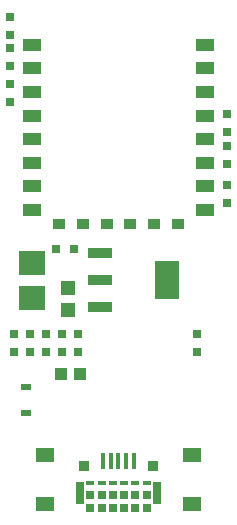
<source format=gtp>
G04 Layer_Color=8421504*
%FSLAX25Y25*%
%MOIN*%
G70*
G01*
G75*
%ADD10R,0.03000X0.03000*%
%ADD11R,0.03000X0.03000*%
%ADD12R,0.05906X0.04500*%
%ADD13R,0.08268X0.03543*%
%ADD14R,0.08268X0.12598*%
%ADD15R,0.05000X0.05000*%
%ADD16R,0.01500X0.05400*%
%ADD17R,0.06299X0.03937*%
%ADD18R,0.03937X0.03543*%
%ADD19R,0.03937X0.03937*%
%ADD20R,0.03268X0.02480*%
%ADD21R,0.08661X0.07874*%
%ADD50R,0.02900X0.07500*%
%ADD51R,0.02500X0.02900*%
%ADD52R,0.02500X0.01600*%
%ADD53R,0.03700X0.03500*%
D10*
X6300Y51500D02*
D03*
Y45500D02*
D03*
X4900Y157300D02*
D03*
Y151300D02*
D03*
Y140700D02*
D03*
Y146700D02*
D03*
Y128700D02*
D03*
Y134700D02*
D03*
X77300Y124700D02*
D03*
Y118700D02*
D03*
X77300Y108100D02*
D03*
Y114100D02*
D03*
Y95100D02*
D03*
Y101100D02*
D03*
X11575Y51500D02*
D03*
Y45500D02*
D03*
X27400Y45500D02*
D03*
Y51500D02*
D03*
X22125Y51500D02*
D03*
Y45500D02*
D03*
X16850Y51500D02*
D03*
Y45500D02*
D03*
X67200Y45500D02*
D03*
Y51500D02*
D03*
D11*
X20200Y79900D02*
D03*
X26200D02*
D03*
D12*
X16500Y-5169D02*
D03*
Y11169D02*
D03*
X65500Y-5169D02*
D03*
Y11169D02*
D03*
D13*
X34880Y78455D02*
D03*
Y69400D02*
D03*
Y60345D02*
D03*
D14*
X57320Y69400D02*
D03*
D15*
X24300Y59519D02*
D03*
Y66919D02*
D03*
D16*
X35900Y9000D02*
D03*
X43550D02*
D03*
X46100D02*
D03*
X41000D02*
D03*
X38450D02*
D03*
D17*
X69740Y92824D02*
D03*
Y100698D02*
D03*
Y108572D02*
D03*
Y116446D02*
D03*
Y124320D02*
D03*
Y132194D02*
D03*
Y140068D02*
D03*
Y147942D02*
D03*
X12260D02*
D03*
Y140068D02*
D03*
Y132194D02*
D03*
Y124320D02*
D03*
Y116446D02*
D03*
Y108572D02*
D03*
Y100698D02*
D03*
Y92824D02*
D03*
D18*
X21315Y88100D02*
D03*
X29189D02*
D03*
X37063D02*
D03*
X44937D02*
D03*
X52811D02*
D03*
X60685D02*
D03*
D19*
X21750Y38300D02*
D03*
X28050D02*
D03*
D20*
X10300Y25110D02*
D03*
Y33890D02*
D03*
D21*
X12100Y63494D02*
D03*
Y75305D02*
D03*
D50*
X53750Y-1450D02*
D03*
X28250D02*
D03*
D51*
X46610Y-6550D02*
D03*
X42870D02*
D03*
X39130D02*
D03*
X35390D02*
D03*
X31650D02*
D03*
X50350D02*
D03*
X46610Y-2100D02*
D03*
X42870D02*
D03*
X39130D02*
D03*
X35390D02*
D03*
X31650D02*
D03*
X50350D02*
D03*
D52*
X46610Y1700D02*
D03*
X42870D02*
D03*
X50350D02*
D03*
X31650D02*
D03*
X35390D02*
D03*
X39130D02*
D03*
D53*
X29350Y7450D02*
D03*
X52650D02*
D03*
M02*

</source>
